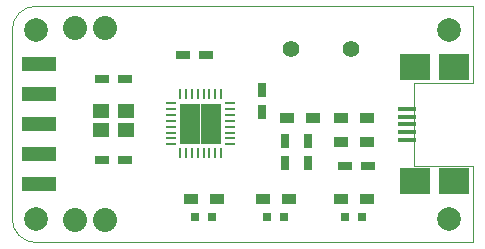
<source format=gbr>
G04 #@! TF.FileFunction,Soldermask,Top*
%FSLAX46Y46*%
G04 Gerber Fmt 4.6, Leading zero omitted, Abs format (unit mm)*
G04 Created by KiCad (PCBNEW 4.0.4-stable) date 12/05/16 12:34:11*
%MOMM*%
%LPD*%
G01*
G04 APERTURE LIST*
%ADD10C,0.100000*%
%ADD11C,1.397000*%
%ADD12C,2.000000*%
%ADD13R,0.900000X0.250000*%
%ADD14R,0.250000X0.900000*%
%ADD15R,1.725000X1.725000*%
%ADD16O,2.032000X2.032000*%
%ADD17R,1.500000X0.400000*%
%ADD18R,2.500000X2.200000*%
%ADD19R,1.200000X0.750000*%
%ADD20R,0.750000X1.200000*%
%ADD21R,0.797560X0.797560*%
%ADD22R,1.200000X0.900000*%
%ADD23R,1.400000X1.200000*%
%ADD24R,3.000000X1.200000*%
G04 APERTURE END LIST*
D10*
X179000000Y-63500000D02*
X179000000Y-70000000D01*
X179000000Y-56500000D02*
X179000000Y-50000000D01*
X174000000Y-63500000D02*
X179000000Y-63500000D01*
X174000000Y-56500000D02*
X174000000Y-63500000D01*
X179000000Y-56500000D02*
X174000000Y-56500000D01*
X179000000Y-50000000D02*
X142000000Y-50000000D01*
X179000000Y-70000000D02*
X142000000Y-70000000D01*
X140000000Y-52000000D02*
X140000000Y-68000000D01*
X140000000Y-68000000D02*
G75*
G03X142000000Y-70000000I2000000J0D01*
G01*
X142000000Y-50000000D02*
G75*
G03X140000000Y-52000000I0J-2000000D01*
G01*
D11*
X168656000Y-53594000D03*
X163576000Y-53594000D03*
D12*
X142000000Y-52000000D03*
X142000000Y-68000000D03*
X177000000Y-68000000D03*
X177000000Y-52000000D03*
D13*
X153456000Y-58194000D03*
X153456000Y-58694000D03*
X153456000Y-59194000D03*
X153456000Y-59694000D03*
X153456000Y-60194000D03*
X153456000Y-60694000D03*
X153456000Y-61194000D03*
X153456000Y-61694000D03*
D14*
X154206000Y-62444000D03*
X154706000Y-62444000D03*
X155206000Y-62444000D03*
X155706000Y-62444000D03*
X156206000Y-62444000D03*
X156706000Y-62444000D03*
X157206000Y-62444000D03*
X157706000Y-62444000D03*
D13*
X158456000Y-61694000D03*
X158456000Y-61194000D03*
X158456000Y-60694000D03*
X158456000Y-60194000D03*
X158456000Y-59694000D03*
X158456000Y-59194000D03*
X158456000Y-58694000D03*
X158456000Y-58194000D03*
D14*
X157706000Y-57444000D03*
X157206000Y-57444000D03*
X156706000Y-57444000D03*
X156206000Y-57444000D03*
X155706000Y-57444000D03*
X155206000Y-57444000D03*
X154706000Y-57444000D03*
X154206000Y-57444000D03*
D15*
X156818500Y-60806500D03*
X156818500Y-59081500D03*
X155093500Y-60806500D03*
X155093500Y-59081500D03*
D16*
X147828000Y-68072000D03*
X145288000Y-68072000D03*
X145288000Y-51816000D03*
X147828000Y-51816000D03*
D17*
X173400000Y-61300000D03*
X173400000Y-60650000D03*
X173400000Y-60000000D03*
X173400000Y-59350000D03*
X173400000Y-58700000D03*
D18*
X174100000Y-64825000D03*
X177400000Y-64825000D03*
X174100000Y-55175000D03*
X177400000Y-55175000D03*
D19*
X168214000Y-63500000D03*
X170114000Y-63500000D03*
D20*
X165036500Y-63307000D03*
X165036500Y-61407000D03*
X163131500Y-63307000D03*
X163131500Y-61407000D03*
D19*
X149540000Y-56134000D03*
X147640000Y-56134000D03*
X147640000Y-62992000D03*
X149540000Y-62992000D03*
D20*
X161163000Y-57089000D03*
X161163000Y-58989000D03*
D19*
X154498000Y-54102000D03*
X156398000Y-54102000D03*
D21*
X155460700Y-67818000D03*
X156959300Y-67818000D03*
X161556700Y-67818000D03*
X163055300Y-67818000D03*
X168160700Y-67818000D03*
X169659300Y-67818000D03*
D22*
X167810000Y-61468000D03*
X170010000Y-61468000D03*
X167810000Y-59436000D03*
X170010000Y-59436000D03*
X163238000Y-59436000D03*
X165438000Y-59436000D03*
X157310000Y-66294000D03*
X155110000Y-66294000D03*
X163406000Y-66294000D03*
X161206000Y-66294000D03*
X170010000Y-66294000D03*
X167810000Y-66294000D03*
D23*
X147540000Y-58890000D03*
X149640000Y-58890000D03*
X147540000Y-60490000D03*
X149640000Y-60490000D03*
D24*
X142240000Y-65024000D03*
X142240000Y-65024000D03*
X142240000Y-62484000D03*
X142240000Y-62484000D03*
X142240000Y-59944000D03*
X142240000Y-59944000D03*
X142240000Y-57404000D03*
X142240000Y-57404000D03*
X142240000Y-54864000D03*
X142240000Y-54864000D03*
M02*

</source>
